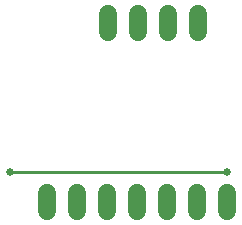
<source format=gbl>
G04 EAGLE Gerber RS-274X export*
G75*
%MOMM*%
%FSLAX34Y34*%
%LPD*%
%INBottom Copper*%
%IPPOS*%
%AMOC8*
5,1,8,0,0,1.08239X$1,22.5*%
G01*
G04 Define Apertures*
%ADD10C,1.524000*%
%ADD11C,0.654800*%
%ADD12C,0.254000*%
D10*
X216300Y197184D02*
X216300Y181944D01*
X190900Y181944D02*
X190900Y197184D01*
X165500Y197184D02*
X165500Y181944D01*
X140100Y181944D02*
X140100Y197184D01*
X241300Y45720D02*
X241300Y30480D01*
X215900Y30480D02*
X215900Y45720D01*
X190500Y45720D02*
X190500Y30480D01*
X165100Y30480D02*
X165100Y45720D01*
X139700Y45720D02*
X139700Y30480D01*
X114300Y30480D02*
X114300Y45720D01*
X88900Y45720D02*
X88900Y30480D01*
D11*
X241300Y63500D03*
D12*
X57150Y63500D01*
D11*
X57150Y63500D03*
M02*

</source>
